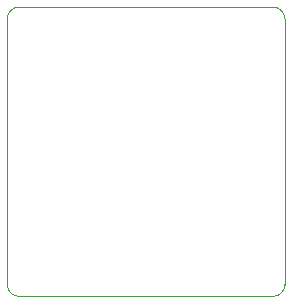
<source format=gm1>
G04 #@! TF.GenerationSoftware,KiCad,Pcbnew,9.0.4*
G04 #@! TF.CreationDate,2025-12-19T23:17:48-05:00*
G04 #@! TF.ProjectId,ADS1120IPWR,41445331-3132-4304-9950-57522e6b6963,rev?*
G04 #@! TF.SameCoordinates,Original*
G04 #@! TF.FileFunction,Profile,NP*
%FSLAX46Y46*%
G04 Gerber Fmt 4.6, Leading zero omitted, Abs format (unit mm)*
G04 Created by KiCad (PCBNEW 9.0.4) date 2025-12-19 23:17:48*
%MOMM*%
%LPD*%
G01*
G04 APERTURE LIST*
G04 #@! TA.AperFunction,Profile*
%ADD10C,0.050000*%
G04 #@! TD*
G04 APERTURE END LIST*
D10*
X165750000Y-75000000D02*
G75*
G02*
X164750000Y-76000000I-1000000J0D01*
G01*
X143250000Y-51500000D02*
X164750000Y-51500000D01*
X142250000Y-52500000D02*
G75*
G02*
X143250000Y-51500000I1000000J0D01*
G01*
X165750000Y-52500000D02*
X165750000Y-75000000D01*
X164750000Y-76000000D02*
X143250000Y-76000000D01*
X143250000Y-76000000D02*
G75*
G02*
X142250000Y-75000000I0J1000000D01*
G01*
X164750000Y-51500000D02*
G75*
G02*
X165750000Y-52500000I0J-1000000D01*
G01*
X142250000Y-75000000D02*
X142250000Y-52500000D01*
M02*

</source>
